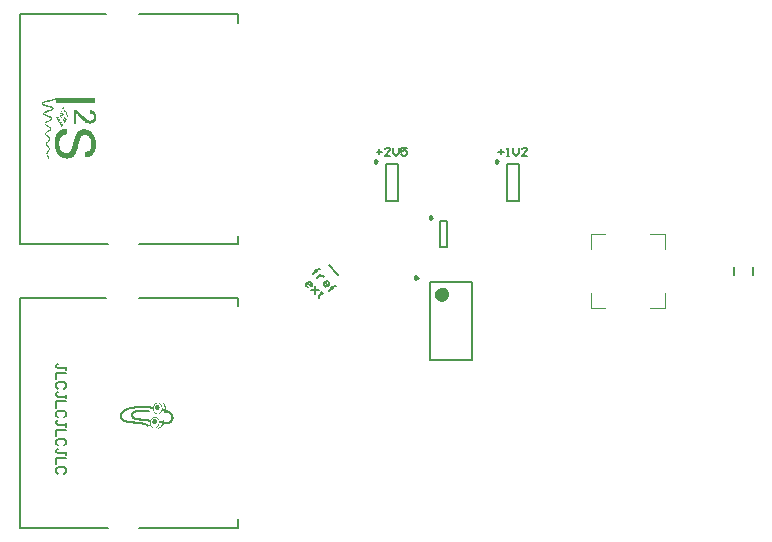
<source format=gto>
G04*
G04 #@! TF.GenerationSoftware,Altium Limited,Altium Designer,23.9.2 (47)*
G04*
G04 Layer_Color=65535*
%FSLAX25Y25*%
%MOIN*%
G70*
G04*
G04 #@! TF.SameCoordinates,5BF2F9AB-C423-4005-A627-090FB2B952A9*
G04*
G04*
G04 #@! TF.FilePolarity,Positive*
G04*
G01*
G75*
%ADD10C,0.00984*%
%ADD11C,0.02362*%
%ADD12C,0.00394*%
%ADD13C,0.00787*%
%ADD14C,0.00551*%
%ADD15C,0.00591*%
G36*
X-4562Y57731D02*
X-4514Y57585D01*
X-4546Y55961D01*
X-17387Y55945D01*
X-17436Y55994D01*
X-17468Y57260D01*
X-17517Y57309D01*
X-17582Y57276D01*
X-17630Y57228D01*
X-17663Y57163D01*
X-17711Y57114D01*
X-17776Y57082D01*
X-18004Y56984D01*
X-18068Y56952D01*
X-18296Y56854D01*
X-18523Y56822D01*
X-18620Y56724D01*
X-18945Y56692D01*
X-19189Y56643D01*
X-19237Y56595D01*
X-19497Y56529D01*
X-19757Y56497D01*
X-19854Y56465D01*
X-20114Y56400D01*
X-20357Y56351D01*
X-20406Y56302D01*
X-20536Y56270D01*
X-21023Y56205D01*
X-21120Y56107D01*
X-21250Y56075D01*
X-21542Y56043D01*
X-21607Y55978D01*
X-21786Y55897D01*
X-21802Y55815D01*
X-21737Y55750D01*
X-21542Y55718D01*
X-21445Y55620D01*
X-21315Y55588D01*
X-21056Y55556D01*
X-20990Y55491D01*
X-20763Y55426D01*
X-20520Y55377D01*
X-20357Y55312D01*
X-20163Y55280D01*
X-20033Y55247D01*
X-19757Y55133D01*
X-19465Y55101D01*
X-19270Y54971D01*
X-18961Y54922D01*
X-18848Y54841D01*
X-18750Y54809D01*
X-18393Y54614D01*
X-18247Y54403D01*
X-18280Y53883D01*
X-18523Y53640D01*
X-18750Y53510D01*
X-18913Y53445D01*
X-19107Y53413D01*
X-19237Y53283D01*
X-19594Y53250D01*
X-19692Y53153D01*
X-19822Y53121D01*
X-20017Y53088D01*
X-20244Y52991D01*
X-20504Y52926D01*
X-20569Y52861D01*
X-20698Y52828D01*
X-20877Y52780D01*
X-20990Y52698D01*
X-21153Y52634D01*
X-21250Y52601D01*
X-21299Y52552D01*
X-21218Y52374D01*
X-21056Y52309D01*
X-20893Y52211D01*
X-20796Y52179D01*
X-20666Y52147D01*
X-20601Y52114D01*
X-20504Y52017D01*
X-20228Y51968D01*
X-20017Y51854D01*
X-19838Y51806D01*
X-19789Y51757D01*
X-19659Y51724D01*
X-19497Y51660D01*
X-19400Y51562D01*
X-19189Y51513D01*
X-19107Y51432D01*
X-19042Y51400D01*
X-18864Y51254D01*
X-18832Y51189D01*
X-18734Y51091D01*
X-18702Y50962D01*
X-18734Y50507D01*
X-18848Y50426D01*
X-18929Y50312D01*
X-19042Y50231D01*
X-19107Y50166D01*
X-19594Y49906D01*
X-19757Y49841D01*
X-19887Y49809D01*
X-19984Y49712D01*
X-20114Y49679D01*
X-20601Y49419D01*
X-20828Y49290D01*
X-20942Y49176D01*
X-20909Y49046D01*
X-20569Y48803D01*
X-20406Y48738D01*
X-20292Y48689D01*
X-20260Y48624D01*
X-20211Y48575D01*
X-20049Y48543D01*
X-19984Y48478D01*
X-19692Y48316D01*
X-19465Y48153D01*
X-19286Y48007D01*
X-19156Y47877D01*
X-19124Y47747D01*
X-19059Y47585D01*
X-19091Y47260D01*
X-19156Y47098D01*
X-19189Y47033D01*
X-19530Y46692D01*
X-19594Y46660D01*
X-19659Y46595D01*
X-19805Y46514D01*
X-19838Y46449D01*
X-20049Y46367D01*
X-20179Y46238D01*
X-20276Y46205D01*
X-20341Y46140D01*
X-20406Y46108D01*
X-20650Y45864D01*
X-20617Y45669D01*
X-20471Y45491D01*
X-20292Y45345D01*
X-20114Y45231D01*
X-20082Y45166D01*
X-19919Y45069D01*
X-19822Y44971D01*
X-19757Y44939D01*
X-19513Y44695D01*
X-19416Y44533D01*
X-19351Y44468D01*
X-19319Y44241D01*
X-19351Y43754D01*
X-19448Y43657D01*
X-19546Y43494D01*
X-19611Y43429D01*
X-19643Y43364D01*
X-19854Y43153D01*
X-19919Y43121D01*
X-20390Y42650D01*
X-20487Y42423D01*
X-20325Y42131D01*
X-20260Y42066D01*
X-20228Y42001D01*
X-19968Y41741D01*
X-19935Y41676D01*
X-19773Y41514D01*
X-19741Y41449D01*
X-19643Y41351D01*
X-19611Y41221D01*
X-19513Y40994D01*
X-19546Y40377D01*
X-19611Y40312D01*
X-19643Y40183D01*
X-19773Y39988D01*
X-19805Y39923D01*
X-19968Y39761D01*
X-20065Y39598D01*
X-20130Y39533D01*
X-20163Y39468D01*
X-20228Y39403D01*
X-20357Y39111D01*
X-20325Y38949D01*
X-20163Y38657D01*
X-20000Y38429D01*
X-19870Y38202D01*
X-19805Y38137D01*
X-19757Y37926D01*
X-19708Y37878D01*
X-19643Y37715D01*
X-19676Y37455D01*
X-19822Y37407D01*
X-19903Y37488D01*
X-19952Y37699D01*
X-20033Y37813D01*
X-20098Y37878D01*
X-20228Y38105D01*
X-20390Y38332D01*
X-20422Y38462D01*
X-20552Y38592D01*
X-20585Y39274D01*
X-20552Y39371D01*
X-20520Y39566D01*
X-20455Y39631D01*
X-20325Y39858D01*
X-19854Y40491D01*
X-19805Y40540D01*
X-19773Y40670D01*
X-19805Y40929D01*
X-19903Y41027D01*
X-20000Y41189D01*
X-20260Y41449D01*
X-20292Y41514D01*
X-20422Y41644D01*
X-20455Y41708D01*
X-20552Y41774D01*
X-20617Y41936D01*
X-20715Y42163D01*
X-20763Y42472D01*
X-20731Y42601D01*
X-20698Y42796D01*
X-20617Y42910D01*
X-20487Y43137D01*
X-20179Y43446D01*
X-20130Y43462D01*
X-20098Y43527D01*
X-20017Y43608D01*
X-19952Y43640D01*
X-19887Y43738D01*
X-19822Y43770D01*
X-19643Y43949D01*
X-19611Y44079D01*
X-19643Y44241D01*
X-19952Y44549D01*
X-20017Y44582D01*
X-20114Y44679D01*
X-20179Y44712D01*
X-20309Y44842D01*
X-20374Y44874D01*
X-20552Y45020D01*
X-20844Y45312D01*
X-20877Y45442D01*
X-20974Y45605D01*
X-21007Y45734D01*
X-20974Y46027D01*
X-20877Y46124D01*
X-20844Y46254D01*
X-20536Y46562D01*
X-20471Y46595D01*
X-20374Y46692D01*
X-20211Y46790D01*
X-20146Y46854D01*
X-20017Y46887D01*
X-19887Y47017D01*
X-19724Y47114D01*
X-19351Y47390D01*
X-19383Y47488D01*
X-19530Y47666D01*
X-19757Y47829D01*
X-19822Y47861D01*
X-19887Y47926D01*
X-20098Y48007D01*
X-20179Y48088D01*
X-20390Y48169D01*
X-20439Y48218D01*
X-20504Y48251D01*
X-20731Y48380D01*
X-20909Y48526D01*
X-21104Y48689D01*
X-21169Y48754D01*
X-21202Y48884D01*
X-21267Y49111D01*
X-21234Y49338D01*
X-21202Y49436D01*
X-21120Y49614D01*
X-21056Y49647D01*
X-20893Y49809D01*
X-20763Y49841D01*
X-20633Y49971D01*
X-20422Y50052D01*
X-20374Y50101D01*
X-20244Y50134D01*
X-19887Y50296D01*
X-19773Y50345D01*
X-19741Y50410D01*
X-19562Y50458D01*
X-19400Y50556D01*
X-19172Y50686D01*
X-19059Y50799D01*
X-19091Y50897D01*
X-19286Y50994D01*
X-19335Y51075D01*
X-19465Y51108D01*
X-19562Y51140D01*
X-19724Y51237D01*
X-20033Y51351D01*
X-20292Y51449D01*
X-20439Y51530D01*
X-20698Y51595D01*
X-20893Y51724D01*
X-21088Y51757D01*
X-21185Y51854D01*
X-21413Y51984D01*
X-21624Y52195D01*
X-21656Y52325D01*
X-21624Y52812D01*
X-21380Y53056D01*
X-21218Y53121D01*
X-21120Y53218D01*
X-20990Y53250D01*
X-20796Y53283D01*
X-20666Y53413D01*
X-20341Y53445D01*
X-20276Y53510D01*
X-20049Y53575D01*
X-19919Y53608D01*
X-19854Y53672D01*
X-19578Y53721D01*
X-19416Y53786D01*
X-19367Y53835D01*
X-19237Y53867D01*
X-19042Y53900D01*
X-18978Y53965D01*
X-18815Y54030D01*
X-18669Y54111D01*
X-18702Y54241D01*
X-18783Y54322D01*
X-18913Y54354D01*
X-19075Y54387D01*
X-19172Y54484D01*
X-19302Y54517D01*
X-19562Y54549D01*
X-19854Y54679D01*
X-20098Y54728D01*
X-20309Y54809D01*
X-20617Y54857D01*
X-20828Y54971D01*
X-21185Y55004D01*
X-21283Y55101D01*
X-21672Y55198D01*
X-21835Y55296D01*
X-21867D01*
X-22159Y55523D01*
X-22192Y55588D01*
X-22241Y55604D01*
X-22273Y55734D01*
X-22241Y56156D01*
X-22046Y56286D01*
X-21964Y56367D01*
X-21786Y56416D01*
X-21575Y56529D01*
X-21380Y56562D01*
X-21315Y56627D01*
X-21185Y56659D01*
X-20812Y56708D01*
X-20698Y56789D01*
X-20601Y56822D01*
X-20374Y56854D01*
X-20065Y56903D01*
X-19887Y56984D01*
X-19627Y57016D01*
X-19465Y57082D01*
X-19221Y57130D01*
X-18913Y57179D01*
X-18815Y57276D01*
X-18491Y57309D01*
X-18312Y57357D01*
X-18231Y57439D01*
X-17971Y57503D01*
X-17906Y57569D01*
X-17744Y57666D01*
X-17582Y57731D01*
X-17062Y57763D01*
X-4562Y57731D01*
D02*
G37*
G36*
X-14952Y54614D02*
X-14935Y54598D01*
X-14871Y54533D01*
X-14741Y54241D01*
X-14773Y54111D01*
X-14871Y53948D01*
X-14919Y53900D01*
X-15017Y53867D01*
X-15098Y53916D01*
X-15163Y54078D01*
X-15260Y54241D01*
X-15228Y54338D01*
X-15130Y54435D01*
X-15082Y54614D01*
X-15017Y54646D01*
X-14952Y54614D01*
D02*
G37*
G36*
X-14384Y53689D02*
X-14319Y53526D01*
X-14254Y53461D01*
X-14221Y53332D01*
X-14351Y53137D01*
X-14400Y53023D01*
X-14595Y53056D01*
X-14692Y53250D01*
X-14741Y53396D01*
X-14643Y53624D01*
X-14611Y53689D01*
X-14562Y53737D01*
X-14530D01*
X-14497Y53770D01*
X-14384Y53689D01*
D02*
G37*
G36*
X-15341Y53348D02*
X-15260Y53267D01*
X-15228Y53137D01*
X-15293Y52909D01*
X-15212Y52828D01*
X-15082Y52796D01*
X-15017Y52763D01*
X-14968Y52715D01*
X-14806Y52358D01*
X-14838Y52195D01*
X-14903Y52130D01*
X-14935Y52065D01*
X-15082Y51887D01*
X-15212Y51854D01*
X-15260Y51838D01*
X-15293Y51416D01*
X-15423Y51286D01*
X-15455Y51156D01*
X-15536Y51075D01*
X-15698Y51108D01*
X-15796Y51237D01*
X-15861Y51270D01*
X-15910Y51319D01*
X-15942Y51676D01*
X-15991Y51724D01*
X-16153Y51822D01*
X-16202Y51871D01*
X-16218Y52049D01*
X-16185Y52471D01*
X-16104Y52552D01*
X-16088Y52569D01*
X-16023Y52634D01*
X-15926Y52666D01*
X-15796Y52796D01*
X-15731Y52763D01*
X-15698Y52666D01*
X-15536Y52601D01*
X-15487Y52617D01*
X-15423Y52780D01*
X-15390Y53007D01*
X-15423Y53137D01*
X-15455Y53202D01*
X-15504Y53250D01*
X-15569Y53218D01*
X-15617Y53169D01*
X-15666Y52861D01*
X-15715Y52877D01*
X-15682Y53007D01*
X-15747Y53202D01*
X-15633Y53413D01*
X-15504Y53445D01*
X-15341Y53348D01*
D02*
G37*
G36*
X-13913Y52861D02*
X-13880Y52796D01*
X-13864Y52780D01*
X-13832Y52715D01*
X-13734Y52487D01*
X-13767Y52422D01*
X-13897Y52195D01*
X-13978Y52147D01*
X-14156Y52293D01*
X-14221Y52520D01*
X-14189Y52715D01*
X-14043Y52893D01*
X-13913Y52861D01*
D02*
G37*
G36*
X-13426Y52049D02*
X-13377Y51935D01*
Y51903D01*
X-13247Y51708D01*
X-13280Y51546D01*
X-13345Y51481D01*
X-13377Y51351D01*
X-13410Y51286D01*
X-13523Y51270D01*
X-13572Y51319D01*
X-13669Y51481D01*
X-13734Y51643D01*
X-13702Y51838D01*
X-13604Y51935D01*
X-13523Y52082D01*
X-13426Y52049D01*
D02*
G37*
G36*
X-16526Y51481D02*
X-16494Y51254D01*
X-16526Y51059D01*
X-16672Y50880D01*
X-16737Y50848D01*
X-16786Y50767D01*
X-16608Y50426D01*
X-16445Y50491D01*
X-16364Y50572D01*
X-16332Y50734D01*
X-16283Y50783D01*
X-16153Y50750D01*
X-16072Y50669D01*
X-16039Y50539D01*
X-15942Y50442D01*
X-15926Y50361D01*
X-16039Y50247D01*
X-16104Y50085D01*
X-16153Y50036D01*
X-16315Y49939D01*
X-16332Y49923D01*
X-16169Y49695D01*
X-16137Y49630D01*
X-16072Y49566D01*
X-16007Y49403D01*
X-15991Y49387D01*
X-15942Y49436D01*
X-15910Y49728D01*
X-15796Y49874D01*
X-15666Y49906D01*
X-15601Y49874D01*
X-15536Y49712D01*
X-15455Y49630D01*
X-15487Y49436D01*
X-15552Y49371D01*
X-15617Y49208D01*
X-15666Y49160D01*
X-15845Y49143D01*
X-15812Y49046D01*
X-15747Y48981D01*
X-15617Y48754D01*
X-15601Y48738D01*
X-15585Y48721D01*
X-15569Y48673D01*
X-15471Y48705D01*
X-15406Y48867D01*
X-15358Y48916D01*
X-15325Y48981D01*
X-15244Y49062D01*
X-15114Y49030D01*
X-15049Y48867D01*
X-15000Y48819D01*
X-14968Y48689D01*
X-15000Y48559D01*
X-15065Y48494D01*
X-15098Y48364D01*
X-15130Y48299D01*
X-15276Y48283D01*
X-15374Y48380D01*
X-15390Y48299D01*
X-15293Y48234D01*
X-15260Y48105D01*
X-15228Y48007D01*
X-15358Y47975D01*
X-15439Y47958D01*
X-15552Y48039D01*
X-15585Y48169D01*
X-15682Y48267D01*
X-15715Y48397D01*
X-15845Y48526D01*
X-15877Y48689D01*
X-16007Y48819D01*
X-16072Y48981D01*
X-16169Y49143D01*
X-16202Y49208D01*
X-16267Y49273D01*
X-16348Y49484D01*
X-16461Y49598D01*
X-16494Y49728D01*
X-16526Y49793D01*
X-16624Y49890D01*
X-16705Y50101D01*
X-16786Y50182D01*
X-16819Y50280D01*
X-16916Y50377D01*
X-16948Y50507D01*
X-16981Y50572D01*
X-17111Y50702D01*
X-17143Y50864D01*
X-17241Y50962D01*
X-17306Y51124D01*
X-17370Y51189D01*
X-17452Y51400D01*
X-17500Y51449D01*
X-17452Y51497D01*
X-17224Y51465D01*
X-17176Y51416D01*
X-17143Y51286D01*
X-17095Y51237D01*
X-17013Y51254D01*
X-16981Y51319D01*
X-16883Y51416D01*
X-16819Y51578D01*
X-16786Y51643D01*
X-16705Y51660D01*
X-16526Y51481D01*
D02*
G37*
G36*
X-14481Y51449D02*
X-14416Y51286D01*
X-14351Y51221D01*
X-14319Y51156D01*
X-14270Y51108D01*
X-14205Y51075D01*
X-14156Y51026D01*
X-14124Y50962D01*
X-13994Y50832D01*
X-13961Y50702D01*
X-13897Y50637D01*
X-13864Y50507D01*
X-13994Y50312D01*
X-14091Y50150D01*
X-14156Y50085D01*
X-14189Y49923D01*
X-14319Y49793D01*
X-14351Y49663D01*
X-14416Y49598D01*
X-14530Y49387D01*
X-14627Y49419D01*
X-14725Y49614D01*
X-14741Y49630D01*
X-14806Y49695D01*
X-14871Y49858D01*
X-15000Y50052D01*
X-15195Y50410D01*
X-15260Y50475D01*
X-15228Y50637D01*
X-15130Y50734D01*
X-14903Y51156D01*
X-14741Y51449D01*
X-14692Y51497D01*
X-14562Y51530D01*
X-14481Y51449D01*
D02*
G37*
G36*
X-11121Y53705D02*
X-10585Y53721D01*
X-10455Y53689D01*
X-10131Y53364D01*
X-10098Y53299D01*
X-10049Y53250D01*
X-9984Y53218D01*
X-9773Y53007D01*
X-9757Y52991D01*
X-9481Y52715D01*
X-9449Y52650D01*
X-9335Y52569D01*
X-9027Y52260D01*
X-8994Y52195D01*
X-8880Y52114D01*
X-8783Y52017D01*
X-8718Y51984D01*
X-8540Y51806D01*
X-8507Y51741D01*
X-8442Y51708D01*
X-8410Y51643D01*
X-8296Y51530D01*
X-8247Y51513D01*
X-8215Y51449D01*
X-8101Y51367D01*
X-7971Y51237D01*
X-7907Y51205D01*
X-7809Y51108D01*
X-7744Y51075D01*
X-7663Y51026D01*
X-7631Y50962D01*
X-7549Y50880D01*
X-7484Y50848D01*
X-7387Y50750D01*
X-7322Y50718D01*
X-7225Y50621D01*
X-6997Y50491D01*
X-6705Y50328D01*
X-6543Y50264D01*
X-6381Y50231D01*
X-6218Y50166D01*
X-5910Y50150D01*
X-5601Y50199D01*
X-5439Y50264D01*
X-5309Y50296D01*
X-5147Y50458D01*
X-5001Y50539D01*
X-4968Y50669D01*
X-4838Y50799D01*
X-4806Y50929D01*
X-4838Y51903D01*
X-4968Y52033D01*
X-5001Y52130D01*
X-5212Y52341D01*
X-5342Y52374D01*
X-5407Y52439D01*
X-5796Y52504D01*
X-6023Y52536D01*
X-6040Y53559D01*
X-5959Y53640D01*
X-5650Y53591D01*
X-5390Y53559D01*
X-5228Y53494D01*
X-5049Y53413D01*
X-4920Y53380D01*
X-4790Y53250D01*
X-4725Y53218D01*
X-4384Y52877D01*
X-4287Y52715D01*
X-4189Y52487D01*
X-4059Y52195D01*
X-4011Y51919D01*
X-3978Y51724D01*
X-3962Y50994D01*
X-3994Y50897D01*
X-4027Y50767D01*
X-4108Y50426D01*
X-4157Y50377D01*
X-4189Y50247D01*
X-4319Y50020D01*
X-4433Y49841D01*
X-4481Y49825D01*
X-4514Y49760D01*
X-4725Y49549D01*
X-4790Y49517D01*
X-4887Y49419D01*
X-5098Y49338D01*
X-5179Y49257D01*
X-5309Y49225D01*
X-5683Y49176D01*
X-5861Y49127D01*
X-6478Y49160D01*
X-6575Y49192D01*
X-6803Y49225D01*
X-6933Y49257D01*
X-7030Y49354D01*
X-7160Y49387D01*
X-7322Y49484D01*
X-7728Y49760D01*
X-7777Y49809D01*
X-7841Y49841D01*
X-7923Y49890D01*
X-7955Y49955D01*
X-8004Y50004D01*
X-8069Y50036D01*
X-8166Y50134D01*
X-8231Y50166D01*
X-8280Y50215D01*
X-8296Y50264D01*
X-8361Y50296D01*
X-8523Y50458D01*
X-8588Y50491D01*
X-9968Y51871D01*
X-10001Y51935D01*
X-10244Y52179D01*
X-10309Y52211D01*
X-10358Y52260D01*
X-10390Y52325D01*
X-10471Y52439D01*
X-10569Y52406D01*
X-10617Y52260D01*
X-10650Y49111D01*
X-10699Y49062D01*
X-10926Y49095D01*
X-11364Y49111D01*
X-11397Y49241D01*
X-11364Y53689D01*
X-11218Y53737D01*
X-11121Y53705D01*
D02*
G37*
G36*
X-13750Y47439D02*
X-13734Y45605D01*
X-13815Y45523D01*
X-14026Y45540D01*
X-14465Y45491D01*
X-14595Y45458D01*
X-14822Y45361D01*
X-14952Y45329D01*
X-15049Y45296D01*
X-15179Y45166D01*
X-15309Y45134D01*
X-15471Y44971D01*
X-15536Y44939D01*
X-15617Y44825D01*
X-15682Y44793D01*
X-15812Y44566D01*
X-15910Y44468D01*
X-15942Y44273D01*
X-16039Y44176D01*
X-16072Y44046D01*
X-16169Y43689D01*
X-16202Y43559D01*
X-16267Y43007D01*
X-16299Y42910D01*
X-16267Y41774D01*
X-16234Y41676D01*
X-16185Y41270D01*
X-16072Y40897D01*
X-16007Y40734D01*
X-15942Y40670D01*
X-15861Y40459D01*
X-15812Y40410D01*
X-15780Y40345D01*
X-15633Y40166D01*
X-15585Y40118D01*
X-15552Y40053D01*
X-15341Y39842D01*
X-15179Y39744D01*
X-14968Y39631D01*
X-14952Y39582D01*
X-14822Y39549D01*
X-14660Y39517D01*
X-14465Y39387D01*
X-13750Y39355D01*
X-13653Y39387D01*
X-13393Y39420D01*
X-13328Y39485D01*
X-13101Y39549D01*
X-12939Y39647D01*
X-12874Y39712D01*
X-12809Y39744D01*
X-12630Y39923D01*
X-12598Y39988D01*
X-12501Y40085D01*
X-12419Y40296D01*
X-12338Y40377D01*
X-12273Y40605D01*
X-12143Y40897D01*
X-12095Y41075D01*
X-12014Y41254D01*
X-11965Y41530D01*
X-11851Y41741D01*
X-11819Y41968D01*
X-11786Y42228D01*
X-11721Y42293D01*
X-11656Y42553D01*
X-11608Y42861D01*
X-11526Y43137D01*
X-11494Y43397D01*
X-11397Y43624D01*
X-11332Y44111D01*
X-11202Y44306D01*
X-11169Y44663D01*
X-11072Y44760D01*
X-11023Y44971D01*
X-10975Y45085D01*
X-10845Y45410D01*
X-10780Y45475D01*
X-10747Y45605D01*
X-10650Y45767D01*
X-10585Y45832D01*
X-10455Y46059D01*
X-10309Y46238D01*
X-10260Y46286D01*
X-10228Y46351D01*
X-10049Y46530D01*
X-9984Y46562D01*
X-9757Y46725D01*
X-9692Y46757D01*
X-9627Y46822D01*
X-9465Y46887D01*
X-9400Y46919D01*
X-9302Y47017D01*
X-9043Y47049D01*
X-8751Y47179D01*
X-7874Y47244D01*
X-7549Y47212D01*
X-7111Y47163D01*
X-6981Y47131D01*
X-6933Y47082D01*
X-6705Y47017D01*
X-6543Y46984D01*
X-6446Y46887D01*
X-6316Y46854D01*
X-6251Y46822D01*
X-6056Y46692D01*
X-5991Y46660D01*
X-5894Y46562D01*
X-5780Y46514D01*
X-5748Y46449D01*
X-5699Y46400D01*
X-5634Y46367D01*
X-5569Y46270D01*
X-5504Y46238D01*
X-5455Y46189D01*
X-5423Y46124D01*
X-5374Y46075D01*
X-5325Y46059D01*
X-5293Y45994D01*
X-5147Y45816D01*
X-5001Y45605D01*
X-4968Y45507D01*
X-4838Y45377D01*
X-4806Y45215D01*
X-4708Y45118D01*
X-4595Y44809D01*
X-4514Y44598D01*
X-4481Y44468D01*
X-4416Y44403D01*
X-4384Y44273D01*
X-4351Y43916D01*
X-4254Y43754D01*
X-4222Y43624D01*
X-4189Y42910D01*
X-4222Y40897D01*
X-4351Y40605D01*
X-4384Y40377D01*
X-4416Y40183D01*
X-4481Y40118D01*
X-4546Y39890D01*
X-4773Y39468D01*
X-4887Y39225D01*
X-4952Y39192D01*
X-5066Y39014D01*
X-5195Y38884D01*
X-5228Y38819D01*
X-5439Y38608D01*
X-5488Y38592D01*
X-5520Y38527D01*
X-5699Y38413D01*
X-5764Y38348D01*
X-5926Y38283D01*
X-5991Y38251D01*
X-6056Y38186D01*
X-6364Y38072D01*
X-6510Y38024D01*
X-6640Y37991D01*
X-6851Y37910D01*
X-7014Y37878D01*
X-7533Y37845D01*
X-7598Y37878D01*
X-7631Y38007D01*
X-7598Y39696D01*
X-7452Y39744D01*
X-7160Y39777D01*
X-7030Y39842D01*
X-6997D01*
X-6867Y39874D01*
X-6673Y40004D01*
X-6575Y40036D01*
X-6202Y40410D01*
X-6186Y40459D01*
X-6121Y40491D01*
X-6072Y40540D01*
X-6023Y40718D01*
X-5942Y40799D01*
X-5877Y41027D01*
X-5829Y41205D01*
X-5780Y41351D01*
X-5748Y41481D01*
X-5699Y41887D01*
X-5683Y42975D01*
X-5715Y43072D01*
X-5764Y43478D01*
X-5796Y43608D01*
X-5861Y43770D01*
X-5894Y43933D01*
X-5959Y44095D01*
X-6040Y44176D01*
X-6088Y44355D01*
X-6202Y44468D01*
X-6299Y44631D01*
X-6397Y44728D01*
X-6429Y44793D01*
X-6478Y44842D01*
X-6543Y44874D01*
X-6673Y45004D01*
X-6835Y45101D01*
X-6997Y45166D01*
X-7127Y45199D01*
X-7322Y45329D01*
X-8296Y45296D01*
X-8361Y45231D01*
X-8523Y45166D01*
X-8653Y45134D01*
X-8751Y45036D01*
X-8816Y45004D01*
X-8945Y44874D01*
X-9010Y44842D01*
X-9059Y44793D01*
X-9189Y44566D01*
X-9351Y44208D01*
X-9384Y44079D01*
X-9481Y43981D01*
X-9514Y43851D01*
X-9546Y43559D01*
X-9643Y43462D01*
X-9676Y43332D01*
X-9708Y43040D01*
X-9773Y42877D01*
X-9838Y42618D01*
X-9871Y42423D01*
X-9936Y42261D01*
X-9968Y42131D01*
X-10001Y41806D01*
X-10098Y41644D01*
X-10131Y41514D01*
X-10179Y41108D01*
X-10293Y40832D01*
X-10341Y40588D01*
X-10423Y40312D01*
X-10455Y40183D01*
X-10585Y39890D01*
X-10617Y39663D01*
X-10747Y39533D01*
X-10796Y39322D01*
X-10877Y39209D01*
X-11104Y38787D01*
X-11202Y38689D01*
X-11299Y38527D01*
X-11397Y38429D01*
X-11429Y38364D01*
X-11510Y38283D01*
X-11575Y38251D01*
X-11705Y38121D01*
X-11770Y38089D01*
X-11835Y38024D01*
X-11997Y37926D01*
X-12062Y37861D01*
X-12257Y37829D01*
X-12306Y37780D01*
X-12338Y37715D01*
X-12468Y37683D01*
X-12728Y37650D01*
X-12906Y37569D01*
X-13036Y37537D01*
X-13848Y37504D01*
X-14530Y37537D01*
X-14627Y37569D01*
X-14789Y37634D01*
X-14919Y37666D01*
X-15179Y37699D01*
X-15309Y37829D01*
X-15439Y37861D01*
X-15536Y37894D01*
X-15731Y38024D01*
X-15796Y38056D01*
X-15958Y38153D01*
X-16023Y38186D01*
X-16185Y38348D01*
X-16250Y38381D01*
X-16526Y38657D01*
X-16559Y38722D01*
X-16721Y38884D01*
X-16754Y38949D01*
X-16819Y39014D01*
X-16851Y39079D01*
X-16948Y39176D01*
X-17013Y39338D01*
X-17111Y39436D01*
X-17192Y39647D01*
X-17241Y39696D01*
X-17322Y39907D01*
X-17403Y40085D01*
X-17436Y40215D01*
X-17565Y40507D01*
X-17598Y40637D01*
X-17630Y40962D01*
X-17728Y41189D01*
X-17760Y41416D01*
X-17793Y42423D01*
X-17760Y44046D01*
X-17728Y44144D01*
X-17695Y44273D01*
X-17598Y44501D01*
X-17565Y44858D01*
X-17436Y45053D01*
X-17403Y45280D01*
X-17338Y45345D01*
X-17257Y45556D01*
X-17176Y45669D01*
X-17111Y45832D01*
X-17078Y45897D01*
X-16948Y46027D01*
X-16916Y46091D01*
X-16786Y46221D01*
X-16754Y46286D01*
X-16640Y46400D01*
X-16575Y46432D01*
X-16526Y46481D01*
X-16510Y46530D01*
X-16445Y46562D01*
X-16315Y46692D01*
X-16250Y46725D01*
X-16169Y46773D01*
X-16153Y46822D01*
X-15942Y46903D01*
X-15828Y47017D01*
X-15650Y47065D01*
X-15439Y47179D01*
X-15228Y47228D01*
X-15065Y47293D01*
X-14676Y47358D01*
X-14514Y47390D01*
X-14091Y47455D01*
X-14043Y47471D01*
X-13978Y47439D01*
X-13880Y47471D01*
X-13750Y47439D01*
D02*
G37*
G36*
X18270Y-43966D02*
X18260Y-43986D01*
X18236Y-43990D01*
X18221Y-43976D01*
Y-43966D01*
X18230Y-43946D01*
X18245Y-43941D01*
X18270Y-43966D01*
D02*
G37*
G36*
X16728Y-43886D02*
X16828Y-43896D01*
X16867Y-43906D01*
X16962Y-43941D01*
X17017Y-43986D01*
X17101Y-44020D01*
X17166Y-44045D01*
X17265Y-44105D01*
X17275Y-44125D01*
X17310Y-44150D01*
X17340Y-44180D01*
X17360Y-44190D01*
X17420Y-44229D01*
X17439Y-44239D01*
X17484Y-44284D01*
X17494Y-44304D01*
X17539Y-44359D01*
X17643Y-44463D01*
X17723Y-44612D01*
X17793Y-44682D01*
X17822Y-44752D01*
X17842Y-44821D01*
X17882Y-44921D01*
X17912Y-44971D01*
X17932Y-44991D01*
X17972Y-45080D01*
X17982Y-45150D01*
X17992Y-45189D01*
X18002Y-45289D01*
X18012Y-45359D01*
X18022Y-45458D01*
X18032Y-45588D01*
X18041Y-45657D01*
X18051Y-45717D01*
X18101Y-45786D01*
X18131Y-45816D01*
X18141Y-45836D01*
X18171Y-45866D01*
X18176Y-45881D01*
X18196Y-45891D01*
X18265Y-45921D01*
X18350Y-45936D01*
X18469Y-45956D01*
X18509Y-45966D01*
X18559Y-45976D01*
X18609Y-45995D01*
X18668Y-46035D01*
X18683Y-46050D01*
X18743Y-46060D01*
X18773Y-46050D01*
X18852Y-46030D01*
X18867Y-46015D01*
X18877Y-45976D01*
X18887Y-45846D01*
X18862Y-45732D01*
X18842Y-45632D01*
X18773Y-45214D01*
X18763Y-45175D01*
X18748Y-45120D01*
X18668Y-44951D01*
X18648Y-44881D01*
X18638Y-44841D01*
X18619Y-44772D01*
X18584Y-44677D01*
X18569Y-44662D01*
X18559Y-44642D01*
X18519Y-44583D01*
X18489Y-44513D01*
X18439Y-44374D01*
X18350Y-44244D01*
X18310Y-44145D01*
X18300Y-44105D01*
X18310Y-44065D01*
X18335Y-44040D01*
X18375Y-44030D01*
X18415Y-44040D01*
X18434Y-44060D01*
X18454Y-44070D01*
X18489Y-44115D01*
X18514Y-44160D01*
X18604Y-44209D01*
X18629Y-44244D01*
X18693Y-44339D01*
X18713Y-44349D01*
X18758Y-44384D01*
X18768Y-44403D01*
X18788Y-44423D01*
X18837Y-44513D01*
X18862Y-44538D01*
X18882Y-44548D01*
X18907Y-44573D01*
X18987Y-44722D01*
X19031Y-44777D01*
X19056Y-44811D01*
X19076Y-44831D01*
X19116Y-44931D01*
X19141Y-44995D01*
X19156Y-45010D01*
X19196Y-45080D01*
X19216Y-45100D01*
X19225Y-45140D01*
X19255Y-45209D01*
X19265Y-45249D01*
X19280Y-45314D01*
X19310Y-45433D01*
X19340Y-45513D01*
X19355Y-45528D01*
X19370Y-45592D01*
X19390Y-45672D01*
X19405Y-45806D01*
X19414Y-45966D01*
X19424Y-46214D01*
X19444Y-46234D01*
X19454Y-46254D01*
X19489Y-46289D01*
X19509Y-46299D01*
X19569Y-46339D01*
X19589Y-46349D01*
X19609Y-46369D01*
X19678Y-46398D01*
X19788Y-46428D01*
X19827Y-46438D01*
X19877Y-46458D01*
X19947Y-46498D01*
X19967Y-46518D01*
X19987Y-46528D01*
X20076Y-46567D01*
X20171Y-46602D01*
X20250Y-46652D01*
X20285Y-46687D01*
X20305Y-46697D01*
X20514Y-46806D01*
X20529Y-46821D01*
X20539Y-46841D01*
X20564Y-46866D01*
X20673Y-46926D01*
X20728Y-46970D01*
X20738Y-46990D01*
X20763Y-47015D01*
X20783Y-47025D01*
X20872Y-47095D01*
X20962Y-47184D01*
X20982Y-47194D01*
X21046Y-47259D01*
X21056Y-47279D01*
X21176Y-47398D01*
X21185Y-47418D01*
X21255Y-47508D01*
X21315Y-47567D01*
X21395Y-47717D01*
X21454Y-47776D01*
X21484Y-47846D01*
X21504Y-47896D01*
X21529Y-47960D01*
X21544Y-47995D01*
X21613Y-48105D01*
X21643Y-48204D01*
X21658Y-48269D01*
X21668Y-48319D01*
X21678Y-48358D01*
X21688Y-48408D01*
X21698Y-48448D01*
X21708Y-48498D01*
X21718Y-48537D01*
X21743Y-48622D01*
X21763Y-48702D01*
X21773Y-48801D01*
X21763Y-49179D01*
X21753Y-49209D01*
X21743Y-49269D01*
X21723Y-49319D01*
X21713Y-49358D01*
X21693Y-49428D01*
X21683Y-49468D01*
X21658Y-49582D01*
X21628Y-49702D01*
X21598Y-49761D01*
X21559Y-49821D01*
X21504Y-49935D01*
X21484Y-49985D01*
X21444Y-50055D01*
X21375Y-50125D01*
X21315Y-50234D01*
X21250Y-50299D01*
X21235Y-50304D01*
X21225Y-50323D01*
X21181Y-50378D01*
X21121Y-50438D01*
X21101Y-50448D01*
X21046Y-50503D01*
X21036Y-50523D01*
X20962Y-50577D01*
X20892Y-50617D01*
X20822Y-50687D01*
X20753Y-50717D01*
X20703Y-50736D01*
X20683Y-50746D01*
X20613Y-50786D01*
X20584Y-50816D01*
X20564Y-50826D01*
X20474Y-50866D01*
X20410Y-50881D01*
X20330Y-50901D01*
X20275Y-50915D01*
X20146Y-50975D01*
X20046Y-51005D01*
X19977Y-51015D01*
X19778Y-51035D01*
X19618Y-51045D01*
X19061Y-51035D01*
X19031Y-51025D01*
X18842Y-51015D01*
X18812Y-51005D01*
X18748Y-50980D01*
X18683Y-50975D01*
X18613Y-51005D01*
X18564Y-51025D01*
X18534Y-51055D01*
X18519Y-51060D01*
X18489Y-51129D01*
X18454Y-51224D01*
X18434Y-51274D01*
X18400Y-51319D01*
X18395Y-51333D01*
X18375Y-51343D01*
X18330Y-51418D01*
X18280Y-51508D01*
X18245Y-51552D01*
X18225Y-51562D01*
X18201Y-51597D01*
X18131Y-51687D01*
X18106Y-51721D01*
X18086Y-51731D01*
X18071Y-51746D01*
X18061Y-51766D01*
X18026Y-51791D01*
X18002Y-51826D01*
X17967Y-51851D01*
X17857Y-51960D01*
X17838Y-51970D01*
X17818Y-51990D01*
X17798Y-52000D01*
X17703Y-52065D01*
X17668Y-52109D01*
X17648Y-52119D01*
X17499Y-52199D01*
X17445Y-52244D01*
X17429Y-52259D01*
X17340Y-52298D01*
X17216Y-52343D01*
X17161Y-52378D01*
X17091Y-52428D01*
X16962Y-52468D01*
X16892Y-52478D01*
X16852Y-52488D01*
X16783Y-52508D01*
X16728Y-52522D01*
X16698Y-52552D01*
X16693Y-52567D01*
X16654Y-52577D01*
X16604Y-52567D01*
X16589Y-52552D01*
X16604Y-52517D01*
X16624Y-52508D01*
X16688Y-52473D01*
X16708Y-52393D01*
X16718Y-52373D01*
X16753Y-52338D01*
X16882Y-52269D01*
X16917Y-52234D01*
X16927Y-52214D01*
X16952Y-52189D01*
X16972Y-52179D01*
X17066Y-52114D01*
X17081Y-52100D01*
X17101Y-52090D01*
X17231Y-51960D01*
X17250Y-51950D01*
X17325Y-51876D01*
X17330Y-51861D01*
X17345Y-51856D01*
X17355Y-51836D01*
X17420Y-51771D01*
X17439Y-51761D01*
X17464Y-51726D01*
X17504Y-51687D01*
X17514Y-51667D01*
X17544Y-51637D01*
X17554Y-51617D01*
X17653Y-51517D01*
X17663Y-51498D01*
X17683Y-51478D01*
X17733Y-51388D01*
X17803Y-51319D01*
X17813Y-51299D01*
X17842Y-51229D01*
X17892Y-51139D01*
X17922Y-51109D01*
X17932Y-51090D01*
X17972Y-51030D01*
X17992Y-50960D01*
X17982Y-50911D01*
X17962Y-50891D01*
X17957Y-50876D01*
X17937Y-50866D01*
X17907Y-50836D01*
X17822Y-50821D01*
X17783Y-50811D01*
X17668Y-50776D01*
X17628Y-50766D01*
X17559Y-50756D01*
X17519Y-50746D01*
X17395Y-50731D01*
X17305Y-50722D01*
X17196Y-50712D01*
X17121Y-50707D01*
X17066Y-50741D01*
X17056Y-50761D01*
X17037Y-50811D01*
X17027Y-50851D01*
X17012Y-50965D01*
X16982Y-51045D01*
X16942Y-51105D01*
X16917Y-51169D01*
X16897Y-51239D01*
X16877Y-51319D01*
X16857Y-51368D01*
X16833Y-51433D01*
X16768Y-51498D01*
X16758Y-51517D01*
X16728Y-51587D01*
X16708Y-51637D01*
X16663Y-51692D01*
X16599Y-51756D01*
X16559Y-51826D01*
X16514Y-51881D01*
X16489Y-51916D01*
X16474Y-51930D01*
X16459Y-51935D01*
X16450Y-51955D01*
X16435Y-51970D01*
X16415Y-51980D01*
X16285Y-52109D01*
X16265Y-52119D01*
X16246Y-52139D01*
X16226Y-52149D01*
X16136Y-52199D01*
X16111Y-52224D01*
X16101Y-52244D01*
X16076Y-52269D01*
X16057Y-52279D01*
X15987Y-52308D01*
X15947Y-52318D01*
X15823Y-52363D01*
X15808Y-52378D01*
X15788Y-52388D01*
X15728Y-52428D01*
X15649Y-52448D01*
X15519Y-52458D01*
X15450Y-52468D01*
X15081Y-52458D01*
X15052Y-52448D01*
X14992Y-52438D01*
X14882Y-52378D01*
X14863Y-52358D01*
X14813Y-52338D01*
X14688Y-52293D01*
X14629Y-52254D01*
X14599Y-52224D01*
X14589Y-52204D01*
X14534Y-52169D01*
X14479Y-52124D01*
X14445Y-52100D01*
X14425Y-52070D01*
X14405Y-52060D01*
X14380Y-52035D01*
X14370Y-52015D01*
X14320Y-51965D01*
X14310Y-51945D01*
X14256Y-51871D01*
X14236Y-51861D01*
X14211Y-51836D01*
X14201Y-51816D01*
X14171Y-51746D01*
X14151Y-51697D01*
X14111Y-51627D01*
X14062Y-51577D01*
X14052Y-51537D01*
X14032Y-51488D01*
X14022Y-51448D01*
X13987Y-51284D01*
X13967Y-51204D01*
X13927Y-51105D01*
X13907Y-51025D01*
X13897Y-50975D01*
X13887Y-50866D01*
X13882Y-50572D01*
X13892Y-50542D01*
X13912Y-50314D01*
X13887Y-50289D01*
X13868Y-50279D01*
X13778Y-50239D01*
X13708Y-50229D01*
X13479Y-50219D01*
X13450Y-50209D01*
X13305Y-50194D01*
X13196Y-50174D01*
X13146Y-50164D01*
X13106Y-50154D01*
X13047Y-50144D01*
X12997Y-50134D01*
X12937Y-50125D01*
X12803Y-50110D01*
X12644Y-50100D01*
X12574Y-50090D01*
X12251Y-50065D01*
X12131Y-50055D01*
X12052Y-50045D01*
X11873Y-50015D01*
X11823Y-50005D01*
X11763Y-49995D01*
X11723Y-49985D01*
X11604Y-49965D01*
X11514Y-49955D01*
X11385Y-49945D01*
X11266Y-49935D01*
X11166Y-49926D01*
X11047Y-49916D01*
X10937Y-49906D01*
X10818Y-49896D01*
X10728Y-49886D01*
X10649Y-49876D01*
X10520Y-49856D01*
X10440Y-49836D01*
X10340Y-49816D01*
X10181Y-49796D01*
X10082Y-49786D01*
X9972Y-49776D01*
X9853Y-49766D01*
X9743Y-49756D01*
X9624Y-49746D01*
X9525Y-49736D01*
X9435Y-49727D01*
X9306Y-49707D01*
X9251Y-49692D01*
X9052Y-49642D01*
X8967Y-49627D01*
X8918Y-49617D01*
X8858Y-49607D01*
X8808Y-49597D01*
X8728Y-49577D01*
X8679Y-49557D01*
X8619Y-49518D01*
X8554Y-49483D01*
X8505Y-49463D01*
X8440Y-49438D01*
X8390Y-49418D01*
X8336Y-49383D01*
X8276Y-49324D01*
X8256Y-49314D01*
X8166Y-49264D01*
X8132Y-49239D01*
X8122Y-49219D01*
X8102Y-49199D01*
X8092Y-49179D01*
X8077Y-49164D01*
X8057Y-49154D01*
X7982Y-49100D01*
X7972Y-49080D01*
X7903Y-48990D01*
X7878Y-48965D01*
X7858Y-48955D01*
X7818Y-48896D01*
X7798Y-48846D01*
X7783Y-48811D01*
X7734Y-48741D01*
X7714Y-48722D01*
X7664Y-48612D01*
X7649Y-48548D01*
X7619Y-48428D01*
X7609Y-48378D01*
X7589Y-48299D01*
X7574Y-48244D01*
X7559Y-48149D01*
X7554Y-47926D01*
X7564Y-47896D01*
X7574Y-47856D01*
X7589Y-47781D01*
X7614Y-47697D01*
X7624Y-47657D01*
X7639Y-47582D01*
X7654Y-47528D01*
X7664Y-47488D01*
X7689Y-47423D01*
X7704Y-47408D01*
X7714Y-47388D01*
X7744Y-47359D01*
X7754Y-47339D01*
X7823Y-47209D01*
X7893Y-47120D01*
X7962Y-47050D01*
X7972Y-47030D01*
X7992Y-47010D01*
X8022Y-46960D01*
X8037Y-46946D01*
X8057Y-46936D01*
X8146Y-46866D01*
X8166Y-46846D01*
X8181Y-46841D01*
X8191Y-46821D01*
X8206Y-46806D01*
X8226Y-46796D01*
X8246Y-46776D01*
X8266Y-46766D01*
X8415Y-46687D01*
X8445Y-46657D01*
X8465Y-46647D01*
X8495Y-46617D01*
X8564Y-46597D01*
X8664Y-46567D01*
X8788Y-46523D01*
X8823Y-46498D01*
X8893Y-46468D01*
X9012Y-46438D01*
X9117Y-46423D01*
X9246Y-46403D01*
X9296Y-46393D01*
X9425Y-46374D01*
X9465Y-46363D01*
X9520Y-46349D01*
X9599Y-46329D01*
X9669Y-46319D01*
X9709Y-46309D01*
X9838Y-46299D01*
X9878Y-46289D01*
X10495Y-46269D01*
X10922Y-46259D01*
X11838Y-46269D01*
X11868Y-46279D01*
X12435Y-46289D01*
X12465Y-46299D01*
X12684Y-46309D01*
X12713Y-46319D01*
X12733D01*
X12833Y-46329D01*
X12873Y-46339D01*
X12957Y-46354D01*
X13017Y-46363D01*
X13106Y-46374D01*
X13216Y-46383D01*
X13335Y-46393D01*
X13445Y-46403D01*
X13494Y-46413D01*
X13534Y-46423D01*
X13584Y-46433D01*
X13634Y-46453D01*
X13683Y-46503D01*
X13753Y-46632D01*
X13773Y-46682D01*
X13783Y-46722D01*
X13773Y-46841D01*
X13723Y-46911D01*
X13713Y-46951D01*
X13674Y-47020D01*
X13659Y-47035D01*
X13639Y-47045D01*
X13589Y-47065D01*
X13534Y-47080D01*
X13494Y-47090D01*
X13271Y-47095D01*
X13241Y-47085D01*
X13007Y-47070D01*
X12828Y-47060D01*
X12534Y-47045D01*
X12315Y-47035D01*
X12186Y-47025D01*
X11937Y-47015D01*
X11838Y-47005D01*
X11514Y-46990D01*
X11266Y-46980D01*
X10664Y-46975D01*
X10634Y-46985D01*
X10355Y-46995D01*
X10326Y-47005D01*
X10102Y-47020D01*
X9982Y-47030D01*
X9853Y-47040D01*
X9743Y-47050D01*
X9624Y-47060D01*
X9385Y-47090D01*
X9325Y-47100D01*
X9286Y-47110D01*
X9176Y-47150D01*
X9142Y-47164D01*
X9092Y-47184D01*
X9012Y-47204D01*
X8947Y-47219D01*
X8893Y-47234D01*
X8828Y-47259D01*
X8803Y-47284D01*
X8783Y-47294D01*
X8733Y-47344D01*
X8624Y-47403D01*
X8579Y-47438D01*
X8569Y-47458D01*
X8515Y-47513D01*
X8495Y-47523D01*
X8460Y-47558D01*
X8450Y-47577D01*
X8400Y-47667D01*
X8355Y-47722D01*
X8341Y-47737D01*
X8321Y-47786D01*
X8311Y-47826D01*
X8296Y-47891D01*
X8286Y-48010D01*
X8281Y-48115D01*
X8291Y-48145D01*
X8306Y-48269D01*
X8345Y-48368D01*
X8370Y-48393D01*
X8400Y-48443D01*
X8420Y-48463D01*
X8490Y-48592D01*
X8515Y-48617D01*
X8535Y-48627D01*
X8604Y-48677D01*
X8619Y-48682D01*
X8629Y-48702D01*
X8684Y-48756D01*
X8704Y-48766D01*
X8813Y-48816D01*
X8908Y-48851D01*
X8957Y-48871D01*
X8982Y-48896D01*
X9032Y-48916D01*
X9102Y-48935D01*
X9142Y-48946D01*
X9281Y-48965D01*
X9380Y-48975D01*
X9599Y-48995D01*
X9669Y-49005D01*
X9783Y-49020D01*
X9823Y-49030D01*
X10121Y-49090D01*
X10211Y-49100D01*
X10321Y-49110D01*
X10460Y-49120D01*
X10559Y-49130D01*
X10679Y-49139D01*
X10808Y-49150D01*
X10917Y-49159D01*
X10997Y-49169D01*
X11176Y-49199D01*
X11216Y-49209D01*
X11266Y-49219D01*
X11305Y-49229D01*
X11365Y-49239D01*
X11445Y-49249D01*
X11544Y-49259D01*
X12022Y-49299D01*
X12131Y-49309D01*
X12231Y-49319D01*
X12320Y-49329D01*
X12400Y-49338D01*
X12509Y-49358D01*
X12549Y-49368D01*
X12599Y-49378D01*
X12659Y-49388D01*
X12863Y-49413D01*
X12902Y-49423D01*
X13116Y-49438D01*
X13236Y-49448D01*
X13375Y-49458D01*
X13594Y-49478D01*
X13674Y-49488D01*
X13733Y-49498D01*
X13833Y-49518D01*
X13892Y-49527D01*
X13942Y-49538D01*
X14022Y-49557D01*
X14076Y-49572D01*
X14126Y-49562D01*
X14156Y-49532D01*
X14176Y-49523D01*
X14216Y-49483D01*
X14285Y-49443D01*
X14310Y-49418D01*
X14330Y-49368D01*
X14360Y-49319D01*
X14425Y-49254D01*
X14445Y-49244D01*
X14459Y-49229D01*
X14499Y-49159D01*
X14554Y-49105D01*
X14604Y-49075D01*
X14619Y-49060D01*
X14629Y-49040D01*
X14673Y-48985D01*
X14693Y-48975D01*
X14783Y-48926D01*
X14818Y-48891D01*
X14828Y-48871D01*
X14853Y-48846D01*
X14902Y-48826D01*
X14997Y-48791D01*
X15091Y-48746D01*
X15111Y-48727D01*
X15131Y-48717D01*
X15191Y-48677D01*
X15275Y-48662D01*
X15410Y-48647D01*
X15539Y-48637D01*
X15897Y-48647D01*
X15927Y-48657D01*
X16027Y-48667D01*
X16116Y-48717D01*
X16136Y-48737D01*
X16156Y-48746D01*
X16176Y-48766D01*
X16216Y-48776D01*
X16305Y-48816D01*
X16375Y-48856D01*
X16410Y-48891D01*
X16420Y-48911D01*
X16454Y-48946D01*
X16524Y-48985D01*
X16569Y-49030D01*
X16579Y-49050D01*
X16604Y-49095D01*
X16624Y-49105D01*
X16678Y-49150D01*
X16708Y-49179D01*
X16733Y-49244D01*
X16768Y-49299D01*
X16783Y-49324D01*
X16803Y-49334D01*
X16828Y-49358D01*
X16838Y-49378D01*
X16867Y-49448D01*
X16887Y-49498D01*
X16902Y-49552D01*
X16912Y-49592D01*
X16957Y-49677D01*
X17007Y-49786D01*
X17017Y-49826D01*
X17056Y-49896D01*
X17081Y-49931D01*
X17101Y-49940D01*
X17151Y-49960D01*
X17250Y-49970D01*
X17280Y-49980D01*
X17350Y-50000D01*
X17509Y-50040D01*
X17579Y-50050D01*
X17619Y-50060D01*
X17783Y-50075D01*
X17872Y-50085D01*
X18076Y-50110D01*
X18146Y-50070D01*
X18201Y-50015D01*
X18211Y-49995D01*
X18255Y-49940D01*
X18270Y-49926D01*
X18280Y-49906D01*
X18330Y-49816D01*
X18355Y-49791D01*
X18405Y-49771D01*
X18554Y-49781D01*
X18609Y-49826D01*
X18629Y-49876D01*
X18678Y-50035D01*
X18688Y-50105D01*
X18698Y-50144D01*
X18723Y-50189D01*
X18743Y-50199D01*
X18823Y-50249D01*
X18887Y-50264D01*
X19016Y-50284D01*
X19076Y-50294D01*
X19126Y-50304D01*
X19206Y-50323D01*
X19340Y-50338D01*
X19678Y-50328D01*
X19728Y-50309D01*
X20091Y-50234D01*
X20171Y-50214D01*
X20250Y-50164D01*
X20310Y-50125D01*
X20504Y-50030D01*
X20519Y-50015D01*
X20529Y-49995D01*
X20549Y-49975D01*
X20554Y-49960D01*
X20574Y-49950D01*
X20594Y-49931D01*
X20643Y-49901D01*
X20698Y-49846D01*
X20738Y-49776D01*
X20763Y-49751D01*
X20783Y-49741D01*
X20817Y-49707D01*
X20857Y-49617D01*
X20887Y-49547D01*
X20947Y-49438D01*
X20987Y-49378D01*
X21001Y-49294D01*
X21011Y-49244D01*
X21021Y-49164D01*
X21031Y-49065D01*
X21036Y-48821D01*
X21026Y-48791D01*
X21016Y-48632D01*
X21006Y-48602D01*
X20991Y-48518D01*
X20977Y-48463D01*
X20927Y-48373D01*
X20897Y-48324D01*
X20862Y-48229D01*
X20842Y-48179D01*
X20827Y-48145D01*
X20758Y-48055D01*
X20738Y-48035D01*
X20728Y-48015D01*
X20668Y-47906D01*
X20623Y-47861D01*
X20604Y-47851D01*
X20549Y-47796D01*
X20504Y-47722D01*
X20484Y-47712D01*
X20394Y-47642D01*
X20370Y-47617D01*
X20360Y-47597D01*
X20325Y-47563D01*
X20235Y-47513D01*
X20181Y-47468D01*
X20171Y-47448D01*
X20156Y-47433D01*
X20136Y-47423D01*
X19947Y-47324D01*
X19907Y-47284D01*
X19887Y-47274D01*
X19867Y-47254D01*
X19817Y-47234D01*
X19693Y-47189D01*
X19658Y-47174D01*
X19539Y-47095D01*
X19350Y-47035D01*
X19196Y-47050D01*
X19161Y-47075D01*
X19146Y-47090D01*
X19136Y-47110D01*
X19071Y-47204D01*
X19051Y-47224D01*
X18897Y-47279D01*
X18852Y-47284D01*
X18793Y-47224D01*
X18773Y-47214D01*
X18698Y-47140D01*
X18688Y-47100D01*
X18673Y-46995D01*
X18668Y-46881D01*
X18678Y-46851D01*
X18648Y-46801D01*
X18613Y-46766D01*
X18594Y-46757D01*
X18564Y-46747D01*
X18484Y-46727D01*
X18419Y-46712D01*
X18380Y-46702D01*
X18215Y-46627D01*
X18086Y-46587D01*
X17987Y-46597D01*
X17957Y-46607D01*
X17892Y-46632D01*
X17882Y-46652D01*
X17852Y-46722D01*
X17832Y-46791D01*
X17808Y-46856D01*
X17773Y-46911D01*
X17758Y-46926D01*
X17738Y-46936D01*
X17693Y-47010D01*
X17643Y-47100D01*
X17599Y-47155D01*
X17514Y-47239D01*
X17504Y-47259D01*
X17439Y-47344D01*
X17370Y-47383D01*
X17270Y-47483D01*
X17250Y-47493D01*
X17181Y-47533D01*
X17111Y-47563D01*
X17041Y-47602D01*
X16992Y-47652D01*
X16942Y-47672D01*
X16902Y-47682D01*
X16783Y-47702D01*
X16683Y-47712D01*
X16644Y-47722D01*
X16415Y-47732D01*
X16385Y-47722D01*
X16196Y-47712D01*
X16166Y-47702D01*
X16071Y-47687D01*
X16022Y-47677D01*
X15982Y-47667D01*
X15967Y-47652D01*
X15947Y-47642D01*
X15887Y-47582D01*
X15838Y-47563D01*
X15668Y-47473D01*
X15634Y-47438D01*
X15624Y-47418D01*
X15599Y-47393D01*
X15579Y-47383D01*
X15519Y-47344D01*
X15499Y-47334D01*
X15460Y-47274D01*
X15425Y-47219D01*
X15390Y-47184D01*
X15370Y-47174D01*
X15335Y-47140D01*
X15325Y-47120D01*
X15256Y-46990D01*
X15206Y-46921D01*
X15166Y-46881D01*
X15146Y-46831D01*
X15136Y-46791D01*
X15116Y-46722D01*
X15091Y-46657D01*
X15071Y-46607D01*
X15047Y-46573D01*
X15027Y-46553D01*
X15007Y-46503D01*
X14977Y-46334D01*
X14962Y-46180D01*
X14952Y-46120D01*
X14942Y-46070D01*
X14932Y-46030D01*
X14907Y-45995D01*
X14853Y-45970D01*
X14753Y-45941D01*
X14654Y-45931D01*
X14455Y-45921D01*
X14425Y-45911D01*
X14290Y-45896D01*
X14231Y-45886D01*
X14191Y-45876D01*
X14091Y-45856D01*
X14002Y-45846D01*
X13922Y-45836D01*
X13833Y-45826D01*
X13723Y-45816D01*
X13564Y-45806D01*
X13395Y-45796D01*
X13186Y-45786D01*
X13017Y-45777D01*
X12271Y-45747D01*
X11972Y-45737D01*
X11713Y-45727D01*
X10922Y-45722D01*
X10893Y-45732D01*
X10345Y-45742D01*
X10316Y-45752D01*
X9813Y-45767D01*
X9634Y-45777D01*
X9296Y-45796D01*
X9017Y-45816D01*
X8918Y-45826D01*
X8669Y-45866D01*
X8589Y-45886D01*
X8540Y-45896D01*
X8480Y-45906D01*
X8345Y-45921D01*
X8306Y-45931D01*
X8132Y-45946D01*
X8042Y-45956D01*
X7883Y-45976D01*
X7823Y-45985D01*
X7773Y-45995D01*
X7734Y-46005D01*
X7684Y-46025D01*
X7619Y-46050D01*
X7554Y-46065D01*
X7515Y-46075D01*
X7455Y-46085D01*
X7326Y-46105D01*
X7147Y-46135D01*
X7067Y-46155D01*
X7012Y-46180D01*
X6913Y-46219D01*
X6843Y-46239D01*
X6803Y-46249D01*
X6719Y-46264D01*
X6679Y-46274D01*
X6629Y-46284D01*
X6589Y-46294D01*
X6510Y-46324D01*
X6405Y-46378D01*
X6356Y-46398D01*
X6301Y-46413D01*
X6251Y-46423D01*
X6196Y-46438D01*
X6132Y-46463D01*
X6082Y-46483D01*
X6047Y-46518D01*
X6027Y-46528D01*
X5938Y-46567D01*
X5813Y-46612D01*
X5759Y-46647D01*
X5739Y-46667D01*
X5719Y-46677D01*
X5689Y-46707D01*
X5639Y-46727D01*
X5510Y-46796D01*
X5465Y-46831D01*
X5455Y-46851D01*
X5410Y-46886D01*
X5301Y-46946D01*
X5276Y-46970D01*
X5266Y-46990D01*
X5201Y-47055D01*
X5152Y-47085D01*
X5117Y-47120D01*
X5107Y-47140D01*
X5062Y-47194D01*
X5022Y-47234D01*
X5002Y-47244D01*
X4978Y-47269D01*
X4968Y-47289D01*
X4918Y-47378D01*
X4898Y-47398D01*
X4888Y-47418D01*
X4873Y-47433D01*
X4853Y-47443D01*
X4789Y-47567D01*
X4769Y-47617D01*
X4754Y-47672D01*
X4704Y-47752D01*
X4659Y-47856D01*
X4644Y-47921D01*
X4624Y-48050D01*
X4609Y-48314D01*
X4619Y-48344D01*
X4629Y-48533D01*
X4639Y-48562D01*
X4654Y-48647D01*
X4674Y-48727D01*
X4714Y-48786D01*
X4749Y-48851D01*
X4774Y-48916D01*
X4793Y-48965D01*
X4853Y-49065D01*
X4938Y-49150D01*
X4987Y-49239D01*
X5012Y-49264D01*
X5032Y-49274D01*
X5087Y-49319D01*
X5127Y-49358D01*
X5137Y-49378D01*
X5162Y-49403D01*
X5181Y-49413D01*
X5311Y-49483D01*
X5366Y-49527D01*
X5381Y-49542D01*
X5400Y-49552D01*
X5420Y-49572D01*
X5470Y-49592D01*
X5540Y-49612D01*
X5604Y-49637D01*
X5654Y-49657D01*
X5669Y-49672D01*
X5699Y-49682D01*
X5768Y-49722D01*
X5838Y-49741D01*
X5958Y-49761D01*
X5997Y-49771D01*
X6201Y-49796D01*
X6331Y-49816D01*
X6380Y-49826D01*
X6420Y-49836D01*
X6465Y-49851D01*
X6584Y-49871D01*
X6624Y-49881D01*
X6933Y-49911D01*
X6972Y-49920D01*
X7166Y-49935D01*
X7266Y-49945D01*
X7385Y-49955D01*
X7475Y-49965D01*
X7584Y-49985D01*
X7734Y-50015D01*
X7773Y-50025D01*
X7823Y-50035D01*
X7957Y-50050D01*
X7997Y-50060D01*
X8221Y-50075D01*
X8321Y-50085D01*
X8440Y-50095D01*
X8569Y-50105D01*
X8679Y-50115D01*
X8798Y-50134D01*
X8898Y-50154D01*
X8957Y-50164D01*
X9037Y-50184D01*
X9171Y-50199D01*
X9211Y-50209D01*
X9400Y-50219D01*
X9430Y-50229D01*
X9614Y-50244D01*
X9743Y-50254D01*
X9853Y-50264D01*
X10052Y-50284D01*
X10131Y-50294D01*
X10231Y-50314D01*
X10286Y-50328D01*
X10326Y-50338D01*
X10495Y-50358D01*
X10534Y-50368D01*
X10694Y-50378D01*
X10763Y-50388D01*
X10947Y-50403D01*
X11057Y-50413D01*
X11186Y-50423D01*
X11286Y-50433D01*
X11365Y-50443D01*
X11485Y-50463D01*
X11524Y-50473D01*
X11574Y-50483D01*
X11634Y-50493D01*
X11684Y-50503D01*
X11803Y-50523D01*
X12042Y-50552D01*
X12161Y-50572D01*
X12211Y-50582D01*
X12291Y-50602D01*
X12385Y-50647D01*
X12475Y-50687D01*
X12614Y-50726D01*
X12679Y-50751D01*
X12738Y-50791D01*
X12748Y-50811D01*
X12823Y-50856D01*
X12888Y-50881D01*
X12972Y-50925D01*
X12992Y-50945D01*
X13012Y-50955D01*
X13032Y-50985D01*
X13052Y-50995D01*
X13072Y-51015D01*
X13092Y-51025D01*
X13181Y-51075D01*
X13196Y-51090D01*
X13206Y-51109D01*
X13226Y-51129D01*
X13236Y-51149D01*
X13261Y-51174D01*
X13281Y-51184D01*
X13365Y-51249D01*
X13445Y-51398D01*
X13475Y-51448D01*
X13479Y-51582D01*
X13465Y-51617D01*
X13435Y-51647D01*
X13425Y-51667D01*
X13355Y-51796D01*
X13291Y-51831D01*
X13251Y-51841D01*
X13186Y-51856D01*
X13146Y-51866D01*
X13131Y-51871D01*
X13101Y-51861D01*
X12957Y-51836D01*
X12878Y-51786D01*
X12803Y-51711D01*
X12783Y-51701D01*
X12763Y-51682D01*
X12743Y-51672D01*
X12713Y-51642D01*
X12694Y-51632D01*
X12614Y-51552D01*
X12425Y-51453D01*
X12405Y-51433D01*
X12385Y-51423D01*
X12365Y-51403D01*
X12315Y-51383D01*
X12216Y-51353D01*
X12176Y-51343D01*
X12111Y-51328D01*
X11972Y-51279D01*
X11917Y-51254D01*
X11878Y-51244D01*
X11808Y-51234D01*
X11768Y-51224D01*
X11549Y-51204D01*
X11509Y-51194D01*
X11305Y-51179D01*
X11087Y-51159D01*
X10997Y-51149D01*
X10937Y-51139D01*
X10888Y-51129D01*
X10833Y-51114D01*
X10768Y-51100D01*
X10649Y-51080D01*
X10514Y-51065D01*
X10415Y-51055D01*
X10221Y-51040D01*
X10121Y-51030D01*
X9853Y-51010D01*
X9763Y-51000D01*
X9644Y-50980D01*
X9594Y-50970D01*
X9554Y-50960D01*
X9505Y-50950D01*
X9465Y-50940D01*
X9405Y-50930D01*
X9271Y-50915D01*
X9201Y-50906D01*
X9017Y-50891D01*
X8908Y-50881D01*
X8669Y-50861D01*
X8470Y-50841D01*
X8390Y-50831D01*
X8271Y-50811D01*
X8231Y-50801D01*
X8176Y-50786D01*
X8057Y-50766D01*
X7987Y-50756D01*
X7888Y-50746D01*
X7848Y-50736D01*
X7619Y-50726D01*
X7589Y-50717D01*
X7385Y-50702D01*
X7276Y-50692D01*
X7196Y-50682D01*
X7077Y-50662D01*
X6997Y-50642D01*
X6848Y-50612D01*
X6644Y-50587D01*
X6445Y-50567D01*
X6092Y-50533D01*
X6012Y-50523D01*
X5962Y-50512D01*
X5878Y-50488D01*
X5783Y-50453D01*
X5729Y-50438D01*
X5689Y-50428D01*
X5574Y-50403D01*
X5475Y-50383D01*
X5376Y-50343D01*
X5341Y-50318D01*
X5291Y-50289D01*
X5221Y-50259D01*
X5152Y-50239D01*
X5042Y-50179D01*
X5012Y-50149D01*
X4992Y-50139D01*
X4972Y-50120D01*
X4953Y-50110D01*
X4803Y-50030D01*
X4778Y-49995D01*
X4734Y-49950D01*
X4644Y-49901D01*
X4599Y-49856D01*
X4589Y-49836D01*
X4545Y-49791D01*
X4525Y-49781D01*
X4505Y-49761D01*
X4485Y-49751D01*
X4460Y-49717D01*
X4395Y-49632D01*
X4376Y-49622D01*
X4331Y-49577D01*
X4261Y-49448D01*
X4182Y-49368D01*
X4172Y-49329D01*
X4132Y-49239D01*
X4062Y-49110D01*
X4042Y-49090D01*
X4002Y-48960D01*
X3982Y-48881D01*
X3948Y-48717D01*
X3938Y-48667D01*
X3918Y-48617D01*
X3903Y-48562D01*
X3893Y-48523D01*
X3883Y-48363D01*
X3873Y-48294D01*
X3888Y-48060D01*
X3898Y-48000D01*
X3908Y-47951D01*
X3928Y-47901D01*
X3948Y-47821D01*
X3958Y-47771D01*
X3968Y-47732D01*
X3978Y-47682D01*
X3988Y-47622D01*
X4007Y-47543D01*
X4047Y-47433D01*
X4072Y-47408D01*
X4082Y-47388D01*
X4132Y-47279D01*
X4152Y-47229D01*
X4221Y-47100D01*
X4236Y-47085D01*
X4251Y-47080D01*
X4261Y-47060D01*
X4281Y-47040D01*
X4311Y-46970D01*
X4321Y-46951D01*
X4366Y-46896D01*
X4430Y-46831D01*
X4470Y-46762D01*
X4589Y-46642D01*
X4599Y-46622D01*
X4664Y-46558D01*
X4684Y-46548D01*
X4714Y-46518D01*
X4734Y-46508D01*
X4783Y-46448D01*
X4803Y-46428D01*
X4823Y-46418D01*
X4893Y-46378D01*
X4908Y-46363D01*
X4918Y-46344D01*
X4972Y-46289D01*
X4992Y-46279D01*
X5102Y-46219D01*
X5127Y-46194D01*
X5137Y-46174D01*
X5152Y-46160D01*
X5172Y-46150D01*
X5381Y-46040D01*
X5420Y-46000D01*
X5440Y-45990D01*
X5530Y-45951D01*
X5624Y-45916D01*
X5674Y-45896D01*
X5709Y-45871D01*
X5729Y-45851D01*
X5818Y-45811D01*
X5858Y-45801D01*
X5928Y-45781D01*
X5968Y-45772D01*
X6062Y-45737D01*
X6157Y-45682D01*
X6206Y-45662D01*
X6326Y-45632D01*
X6440Y-45607D01*
X6480Y-45597D01*
X6560Y-45568D01*
X6684Y-45513D01*
X6763Y-45493D01*
X6883Y-45473D01*
X6923Y-45463D01*
X7017Y-45448D01*
X7057Y-45438D01*
X7107Y-45428D01*
X7147Y-45418D01*
X7196Y-45398D01*
X7251Y-45374D01*
X7306Y-45359D01*
X7385Y-45339D01*
X7520Y-45324D01*
X7559Y-45314D01*
X7674Y-45299D01*
X7833Y-45279D01*
X7893Y-45269D01*
X7933Y-45259D01*
X7987Y-45244D01*
X8027Y-45234D01*
X8097Y-45214D01*
X8136Y-45204D01*
X8206Y-45195D01*
X8246Y-45184D01*
X8400Y-45170D01*
X8490Y-45160D01*
X8609Y-45150D01*
X8719Y-45140D01*
X8848Y-45130D01*
X8967Y-45120D01*
X9067Y-45110D01*
X9246Y-45090D01*
X9375Y-45070D01*
X9495Y-45050D01*
X9614Y-45040D01*
X9743Y-45030D01*
X9942Y-45020D01*
X10241Y-45010D01*
X10718Y-45000D01*
X11878Y-44995D01*
X11908Y-45005D01*
X12664Y-45015D01*
X12694Y-45025D01*
X13002Y-45035D01*
X13032Y-45045D01*
X13211Y-45055D01*
X13241Y-45065D01*
X13410Y-45085D01*
X13479Y-45095D01*
X13634Y-45110D01*
X13892Y-45130D01*
X14310Y-45160D01*
X14420Y-45170D01*
X14549Y-45180D01*
X14659Y-45189D01*
X14738Y-45199D01*
X14778Y-45209D01*
X14863Y-45234D01*
X14892Y-45244D01*
X14947Y-45199D01*
X15017Y-45130D01*
X15027Y-45110D01*
X15067Y-45070D01*
X15076Y-45050D01*
X15106Y-44980D01*
X15116Y-44941D01*
X15131Y-44886D01*
X15171Y-44777D01*
X15221Y-44717D01*
X15256Y-44682D01*
X15285Y-44612D01*
X15305Y-44563D01*
X15350Y-44508D01*
X15405Y-44463D01*
X15469Y-44369D01*
X15509Y-44329D01*
X15529Y-44319D01*
X15584Y-44264D01*
X15594Y-44244D01*
X15639Y-44199D01*
X15743Y-44145D01*
X15753Y-44125D01*
X15788Y-44080D01*
X15808Y-44070D01*
X15877Y-44040D01*
X15972Y-44006D01*
X16022Y-43986D01*
X16037Y-43971D01*
X16057Y-43961D01*
X16076Y-43941D01*
X16146Y-43911D01*
X16186Y-43901D01*
X16255Y-43891D01*
X16355Y-43881D01*
X16539Y-43876D01*
X16728Y-43886D01*
D02*
G37*
%LPC*%
G36*
X-15536Y52536D02*
X-15585Y52487D01*
X-15601Y52471D01*
X-15715Y52358D01*
X-15682Y52260D01*
X-15715Y52163D01*
X-15682Y52065D01*
X-15633Y52017D01*
X-15455Y52065D01*
X-15439Y52374D01*
X-15471Y52504D01*
X-15536Y52536D01*
D02*
G37*
G36*
X-15861D02*
X-16072Y52390D01*
Y52260D01*
X-16104Y52163D01*
X-16056Y51984D01*
X-16023Y51887D01*
X-15893Y51919D01*
X-15861Y52276D01*
X-15747Y52390D01*
X-15780Y52520D01*
X-15861Y52536D01*
D02*
G37*
G36*
X-15146Y52601D02*
X-15228Y52585D01*
X-15260Y52455D01*
X-15228Y52358D01*
X-15276Y52114D01*
X-15309Y52049D01*
X-15423Y52000D01*
X-15455Y51871D01*
X-15617Y51838D01*
X-15682Y51773D01*
X-15715Y51643D01*
X-15682Y51286D01*
X-15601Y51270D01*
X-15455Y51351D01*
X-15423Y51838D01*
X-15341Y51854D01*
X-15309D01*
X-15260Y51871D01*
X-15228Y51968D01*
X-15179Y52017D01*
X-15114Y52049D01*
X-15065Y52098D01*
X-15033Y52163D01*
X-14968Y52325D01*
X-15000Y52455D01*
X-15146Y52601D01*
D02*
G37*
G36*
X-16932Y51075D02*
X-16948Y51059D01*
X-16965Y51043D01*
X-16981Y50962D01*
X-16900Y50945D01*
X-16883Y51026D01*
X-16932Y51075D01*
D02*
G37*
G36*
X-16478Y50264D02*
X-16526Y50215D01*
X-16494Y50150D01*
X-16478Y50134D01*
X-16445D01*
X-16397Y50182D01*
X-16429Y50247D01*
X-16478Y50264D01*
D02*
G37*
G36*
X-14530Y50783D02*
X-14627Y50750D01*
X-14660Y50621D01*
X-14708Y50572D01*
X-14676Y50475D01*
X-14562Y50296D01*
X-14546Y50312D01*
X-14530Y50328D01*
X-14481Y50377D01*
X-14416Y50539D01*
X-14530Y50783D01*
D02*
G37*
G36*
X16489Y-44075D02*
X16400Y-44085D01*
X16305Y-44100D01*
X16285Y-44120D01*
X16186Y-44160D01*
X16146Y-44170D01*
X16047Y-44199D01*
X16007Y-44209D01*
X15937Y-44249D01*
X15857Y-44329D01*
X15828Y-44339D01*
X15733Y-44403D01*
X15614Y-44523D01*
X15604Y-44543D01*
X15584Y-44563D01*
X15574Y-44583D01*
X15529Y-44637D01*
X15474Y-44692D01*
X15445Y-44762D01*
X15420Y-44826D01*
X15395Y-44861D01*
X15345Y-44911D01*
X15315Y-44980D01*
X15295Y-45050D01*
X15285Y-45090D01*
X15270Y-45155D01*
X15260Y-45195D01*
X15231Y-45274D01*
X15176Y-45398D01*
X15166Y-45468D01*
X15156Y-45508D01*
X15146Y-45697D01*
X15141Y-45891D01*
X15151Y-46100D01*
X15161Y-46199D01*
X15171Y-46249D01*
X15211Y-46349D01*
X15256Y-46453D01*
X15285Y-46573D01*
X15300Y-46637D01*
X15310Y-46677D01*
X15330Y-46727D01*
X15345Y-46742D01*
X15355Y-46762D01*
X15395Y-46801D01*
X15499Y-47015D01*
X15519Y-47025D01*
X15539Y-47045D01*
X15559Y-47055D01*
X15594Y-47090D01*
X15604Y-47110D01*
X15644Y-47179D01*
X15658Y-47194D01*
X15748Y-47244D01*
X15773Y-47259D01*
X15783Y-47279D01*
X15828Y-47334D01*
X15937Y-47383D01*
X16032Y-47418D01*
X16066Y-47433D01*
X16121Y-47478D01*
X16186Y-47503D01*
X16255Y-47513D01*
X16295Y-47523D01*
X16474Y-47533D01*
X16484D01*
X16678Y-47518D01*
X16728Y-47508D01*
X16768Y-47498D01*
X16833Y-47473D01*
X16872Y-47433D01*
X16942Y-47403D01*
X17066Y-47359D01*
X17146Y-47309D01*
X17166Y-47289D01*
X17176Y-47269D01*
X17211Y-47234D01*
X17231Y-47224D01*
X17300Y-47184D01*
X17335Y-47150D01*
X17375Y-47080D01*
X17429Y-47025D01*
X17449Y-47015D01*
X17484Y-46980D01*
X17504Y-46931D01*
X17584Y-46781D01*
X17634Y-46732D01*
X17653Y-46682D01*
X17693Y-46543D01*
X17718Y-46478D01*
X17738Y-46428D01*
X17783Y-46344D01*
X17793Y-46304D01*
X17822Y-46135D01*
X17832Y-45976D01*
X17842Y-45846D01*
X17832Y-45488D01*
X17822Y-45458D01*
X17813Y-45329D01*
X17803Y-45299D01*
X17788Y-45234D01*
X17773Y-45199D01*
X17753Y-45180D01*
X17713Y-45090D01*
X17693Y-45020D01*
X17663Y-44901D01*
X17643Y-44851D01*
X17599Y-44796D01*
X17564Y-44762D01*
X17464Y-44573D01*
X17439Y-44548D01*
X17420Y-44538D01*
X17375Y-44503D01*
X17365Y-44483D01*
X17345Y-44463D01*
X17305Y-44394D01*
X17221Y-44349D01*
X17166Y-44304D01*
X17101Y-44239D01*
X17061Y-44229D01*
X16992Y-44199D01*
X16952Y-44190D01*
X16897Y-44175D01*
X16818Y-44145D01*
X16683Y-44090D01*
X16644Y-44080D01*
X16489Y-44075D01*
D02*
G37*
G36*
X15629Y-48826D02*
X15599Y-48836D01*
X15420Y-48846D01*
X15390Y-48856D01*
X15350Y-48866D01*
X15330Y-48886D01*
X15310Y-48896D01*
X15221Y-48935D01*
X15121Y-48965D01*
X15081Y-48975D01*
X15017Y-49000D01*
X15002Y-49015D01*
X14982Y-49025D01*
X14957Y-49060D01*
X14922Y-49095D01*
X14813Y-49154D01*
X14713Y-49254D01*
X14693Y-49264D01*
X14649Y-49309D01*
X14639Y-49329D01*
X14619Y-49348D01*
X14609Y-49368D01*
X14584Y-49403D01*
X14564Y-49413D01*
X14519Y-49458D01*
X14509Y-49478D01*
X14440Y-49607D01*
X14415Y-49632D01*
X14395Y-49642D01*
X14360Y-49707D01*
X14335Y-49771D01*
X14285Y-49911D01*
X14241Y-49985D01*
X14211Y-50055D01*
X14201Y-50095D01*
X14181Y-50214D01*
X14171Y-50284D01*
X14161Y-50413D01*
X14151Y-50453D01*
X14141Y-50731D01*
X14131Y-50781D01*
X14141Y-50811D01*
X14156Y-51015D01*
X14166Y-51105D01*
X14176Y-51184D01*
X14196Y-51303D01*
X14206Y-51343D01*
X14231Y-51408D01*
X14300Y-51508D01*
X14320Y-51557D01*
X14355Y-51652D01*
X14390Y-51706D01*
X14440Y-51756D01*
X14450Y-51776D01*
X14519Y-51866D01*
X14564Y-51930D01*
X14584Y-51940D01*
X14604Y-51960D01*
X14624Y-51970D01*
X14748Y-52065D01*
X14793Y-52109D01*
X14882Y-52149D01*
X14997Y-52174D01*
X15081Y-52199D01*
X15146Y-52224D01*
X15161Y-52239D01*
X15241Y-52259D01*
X15509Y-52249D01*
X15639Y-52189D01*
X15703Y-52174D01*
X15863Y-52134D01*
X15942Y-52085D01*
X15997Y-52030D01*
X16166Y-51940D01*
X16211Y-51896D01*
X16221Y-51876D01*
X16295Y-51801D01*
X16315Y-51791D01*
X16360Y-51756D01*
X16400Y-51687D01*
X16450Y-51617D01*
X16459Y-51597D01*
X16529Y-51527D01*
X16559Y-51458D01*
X16584Y-51393D01*
X16604Y-51343D01*
X16658Y-51289D01*
X16668Y-51269D01*
X16698Y-51199D01*
X16718Y-51120D01*
X16753Y-50955D01*
X16793Y-50846D01*
X16818Y-50801D01*
X16828Y-50761D01*
Y-50751D01*
X16833Y-50746D01*
X16842Y-50687D01*
X16852Y-50597D01*
X16862Y-50388D01*
X16867Y-50294D01*
X16857Y-50264D01*
X16848Y-50055D01*
X16838Y-50025D01*
X16828Y-49965D01*
X16788Y-49906D01*
X16753Y-49811D01*
X16733Y-49731D01*
X16723Y-49682D01*
X16703Y-49602D01*
X16683Y-49552D01*
X16648Y-49498D01*
X16599Y-49448D01*
X16559Y-49358D01*
X16529Y-49309D01*
X16474Y-49254D01*
X16454Y-49244D01*
X16440Y-49229D01*
X16400Y-49159D01*
X16385Y-49145D01*
X16365Y-49134D01*
X16345Y-49115D01*
X16275Y-49075D01*
X16260Y-49060D01*
X16251Y-49040D01*
X16206Y-48995D01*
X15992Y-48921D01*
X15847Y-48846D01*
X15629Y-48826D01*
D02*
G37*
%LPD*%
G36*
X16544Y-44548D02*
X16574Y-44558D01*
X16663Y-44607D01*
X16763Y-44677D01*
X16838Y-44712D01*
X16848Y-44732D01*
X16867Y-44752D01*
X16907Y-44821D01*
X16927Y-44841D01*
X16932Y-44856D01*
X16952Y-44866D01*
X16987Y-44901D01*
X17017Y-44971D01*
X17047Y-45070D01*
X17056Y-45110D01*
X17071Y-45204D01*
X17081Y-45264D01*
X17091Y-45344D01*
X17096Y-45458D01*
X17086Y-45488D01*
X17076Y-45607D01*
X17066Y-45637D01*
X17051Y-45742D01*
X17037Y-45796D01*
X17002Y-45891D01*
X16987Y-45906D01*
X16977Y-45926D01*
X16927Y-45976D01*
X16917Y-45995D01*
X16877Y-46065D01*
X16813Y-46130D01*
X16793Y-46140D01*
X16738Y-46184D01*
X16728Y-46204D01*
X16703Y-46229D01*
X16634Y-46259D01*
X16519Y-46284D01*
X16385Y-46299D01*
X16246Y-46289D01*
X16216Y-46279D01*
X16141Y-46264D01*
X16057Y-46219D01*
X16007Y-46169D01*
X15987Y-46160D01*
X15872Y-46045D01*
X15863Y-46025D01*
X15813Y-45976D01*
X15803Y-45956D01*
X15763Y-45866D01*
X15748Y-45801D01*
X15738Y-45762D01*
X15713Y-45677D01*
X15673Y-45548D01*
X15664Y-45508D01*
X15673Y-45319D01*
X15683Y-45289D01*
X15698Y-45224D01*
X15723Y-45160D01*
X15743Y-45080D01*
X15798Y-44926D01*
X15833Y-44871D01*
X15857Y-44846D01*
X15877Y-44836D01*
X15902Y-44801D01*
X15922Y-44762D01*
X15927Y-44757D01*
X15942Y-44742D01*
X15952Y-44722D01*
X15977Y-44697D01*
X15997Y-44687D01*
X16106Y-44627D01*
X16196Y-44568D01*
X16315Y-44538D01*
X16544Y-44548D01*
D02*
G37*
G36*
X15609Y-49194D02*
X15683Y-49209D01*
X15798Y-49264D01*
X15892Y-49299D01*
X15927Y-49334D01*
X15947Y-49343D01*
X15972Y-49378D01*
X16081Y-49488D01*
X16091Y-49527D01*
X16121Y-49597D01*
X16131Y-49617D01*
X16151Y-49637D01*
X16201Y-49746D01*
X16221Y-49826D01*
X16231Y-49926D01*
X16236Y-50040D01*
X16226Y-50199D01*
X16206Y-50328D01*
X16121Y-50493D01*
X16091Y-50562D01*
X16071Y-50612D01*
X16032Y-50682D01*
X16007Y-50707D01*
X15992Y-50712D01*
X15987Y-50717D01*
X15942Y-50761D01*
X15932Y-50781D01*
X15907Y-50826D01*
X15892Y-50831D01*
X15882Y-50851D01*
X15748Y-50925D01*
X15718Y-50955D01*
X15698Y-50965D01*
X15609Y-51005D01*
X15529Y-51025D01*
X15355Y-51030D01*
X15256Y-51020D01*
X15196Y-51010D01*
X15141Y-50975D01*
X15091Y-50925D01*
X15002Y-50876D01*
X14967Y-50851D01*
X14957Y-50831D01*
X14927Y-50801D01*
X14917Y-50781D01*
X14848Y-50712D01*
X14838Y-50692D01*
X14808Y-50622D01*
X14793Y-50567D01*
X14783Y-50528D01*
X14733Y-50388D01*
X14708Y-50304D01*
X14703Y-50149D01*
X14723Y-50030D01*
X14733Y-49990D01*
X14753Y-49940D01*
X14768Y-49896D01*
X14778Y-49856D01*
X14798Y-49786D01*
X14848Y-49647D01*
X14867Y-49627D01*
X14877Y-49607D01*
X14927Y-49557D01*
X14967Y-49488D01*
X15012Y-49433D01*
X15096Y-49368D01*
X15106Y-49348D01*
X15131Y-49324D01*
X15151Y-49314D01*
X15241Y-49274D01*
X15305Y-49249D01*
X15355Y-49229D01*
X15370Y-49214D01*
X15484Y-49189D01*
X15579Y-49184D01*
X15609Y-49194D01*
D02*
G37*
D10*
X103150Y-2165D02*
X102411Y-1739D01*
Y-2592D01*
X103150Y-2165D01*
X107874Y17815D02*
X107136Y18241D01*
Y17389D01*
X107874Y17815D01*
X129902Y36595D02*
X129163Y37021D01*
Y36168D01*
X129902Y36595D01*
X89528Y36575D02*
X88789Y37001D01*
Y36149D01*
X89528Y36575D01*
D11*
X112205Y-7677D02*
X111760Y-6754D01*
X110761Y-6526D01*
X109959Y-7165D01*
Y-8190D01*
X110761Y-8829D01*
X111760Y-8601D01*
X112205Y-7677D01*
D12*
X185433Y7480D02*
Y12205D01*
X180709D02*
X185433D01*
X161024D02*
X165748D01*
X161024Y7480D02*
Y12205D01*
Y-12205D02*
Y-7480D01*
Y-12205D02*
X165748D01*
X180709D02*
X185433D01*
Y-7480D01*
D13*
X107087Y-29724D02*
Y-3740D01*
X121260Y-29724D02*
Y-3740D01*
X107087D02*
X121260D01*
X107087Y-29724D02*
X121260D01*
X10236Y-85630D02*
X43307D01*
Y-82677D01*
Y-11811D02*
Y-8858D01*
X10236D02*
X43307D01*
X-29520D02*
X-787D01*
X-29561Y-85630D02*
X-29520Y-8858D01*
X-29561Y-85630D02*
X0D01*
X110531Y16634D02*
X112894D01*
X110531Y7972D02*
X112894D01*
X110531D02*
Y16634D01*
X112894Y7972D02*
Y16634D01*
X132854Y35610D02*
X136791D01*
X132854Y23405D02*
X136791D01*
X132854D02*
Y35610D01*
X136791Y23405D02*
Y35610D01*
X92480Y35591D02*
X96417D01*
X92480Y23386D02*
X96417D01*
X92480D02*
Y35591D01*
X96417Y23386D02*
Y35591D01*
X-29561Y8858D02*
X0D01*
X-29561D02*
X-29520Y85630D01*
X-787D01*
X10236D02*
X43307D01*
Y82677D02*
Y85630D01*
Y8858D02*
Y11811D01*
X10236Y8858D02*
X43307D01*
X214764Y-1378D02*
Y1378D01*
X208465Y-1378D02*
Y1378D01*
X73590Y1849D02*
X76652Y-1213D01*
D14*
X130021Y39764D02*
X131858D01*
X130940Y40682D02*
Y38845D01*
X132776Y38386D02*
X133695D01*
X133235D01*
Y41141D01*
X132776Y40682D01*
X135072Y41141D02*
Y39305D01*
X135991Y38386D01*
X136909Y39305D01*
Y41141D01*
X139664Y38386D02*
X137827D01*
X139664Y40223D01*
Y40682D01*
X139205Y41141D01*
X138286D01*
X137827Y40682D01*
X68213Y-1071D02*
X69836Y553D01*
X69187Y-97D01*
X68862Y228D01*
X69511Y-421D01*
X69187Y-97D01*
X69836Y553D01*
X70486D01*
X70810Y-1071D02*
X69511Y-2369D01*
X70161Y-1720D01*
X70810D01*
X71460D01*
X71784Y-2045D01*
X72434Y-5292D02*
X71784Y-4642D01*
Y-3993D01*
X72434Y-3343D01*
X73083D01*
X73732Y-3993D01*
Y-4642D01*
X73408Y-4967D01*
X72109Y-3668D01*
X73732Y-6590D02*
X75356Y-4967D01*
X74706Y-5616D01*
X74382Y-5292D01*
X75031Y-5941D01*
X74706Y-5616D01*
X75356Y-4967D01*
X76005D01*
X66725Y-5480D02*
X66076Y-4831D01*
Y-4182D01*
X66725Y-3532D01*
X67375D01*
X68024Y-4182D01*
Y-4831D01*
X67699Y-5156D01*
X66401Y-3857D01*
X68998Y-5156D02*
Y-7753D01*
Y-6454D01*
X70297D01*
X67699D01*
X71596Y-7104D02*
X71271Y-7428D01*
X70946Y-7104D01*
X71596Y-7753D01*
X71271Y-7428D01*
X70297Y-8402D01*
Y-9052D01*
X89437Y39764D02*
X91274D01*
X90356Y40682D02*
Y38845D01*
X94029Y38386D02*
X92192D01*
X94029Y40223D01*
Y40682D01*
X93570Y41141D01*
X92651D01*
X92192Y40682D01*
X94947Y41141D02*
Y39305D01*
X95866Y38386D01*
X96784Y39305D01*
Y41141D01*
X99539D02*
X97702D01*
Y39764D01*
X98621Y40223D01*
X99080D01*
X99539Y39764D01*
Y38845D01*
X99080Y38386D01*
X98162D01*
X97702Y38845D01*
D15*
X-14174Y-32945D02*
Y-31895D01*
Y-32420D01*
X-16798D01*
X-17322Y-31895D01*
Y-31371D01*
X-16798Y-30846D01*
X-14174Y-33994D02*
X-17322D01*
Y-36094D01*
X-14698Y-39242D02*
X-14174Y-38717D01*
Y-37668D01*
X-14698Y-37143D01*
X-16798D01*
X-17322Y-37668D01*
Y-38717D01*
X-16798Y-39242D01*
X-14174Y-42391D02*
Y-41341D01*
Y-41866D01*
X-16798D01*
X-17322Y-41341D01*
Y-40816D01*
X-16798Y-40292D01*
X-14174Y-43440D02*
X-17322D01*
Y-45539D01*
X-14698Y-48688D02*
X-14174Y-48163D01*
Y-47113D01*
X-14698Y-46589D01*
X-16798D01*
X-17322Y-47113D01*
Y-48163D01*
X-16798Y-48688D01*
X-14174Y-51836D02*
Y-50787D01*
Y-51312D01*
X-16798D01*
X-17322Y-50787D01*
Y-50262D01*
X-16798Y-49737D01*
X-14174Y-52886D02*
X-17322D01*
Y-54985D01*
X-14698Y-58134D02*
X-14174Y-57609D01*
Y-56559D01*
X-14698Y-56035D01*
X-16798D01*
X-17322Y-56559D01*
Y-57609D01*
X-16798Y-58134D01*
X-14174Y-61282D02*
Y-60233D01*
Y-60757D01*
X-16798D01*
X-17322Y-60233D01*
Y-59708D01*
X-16798Y-59183D01*
X-14174Y-62332D02*
X-17322D01*
Y-64431D01*
X-14698Y-67579D02*
X-14174Y-67055D01*
Y-66005D01*
X-14698Y-65480D01*
X-16798D01*
X-17322Y-66005D01*
Y-67055D01*
X-16798Y-67579D01*
M02*

</source>
